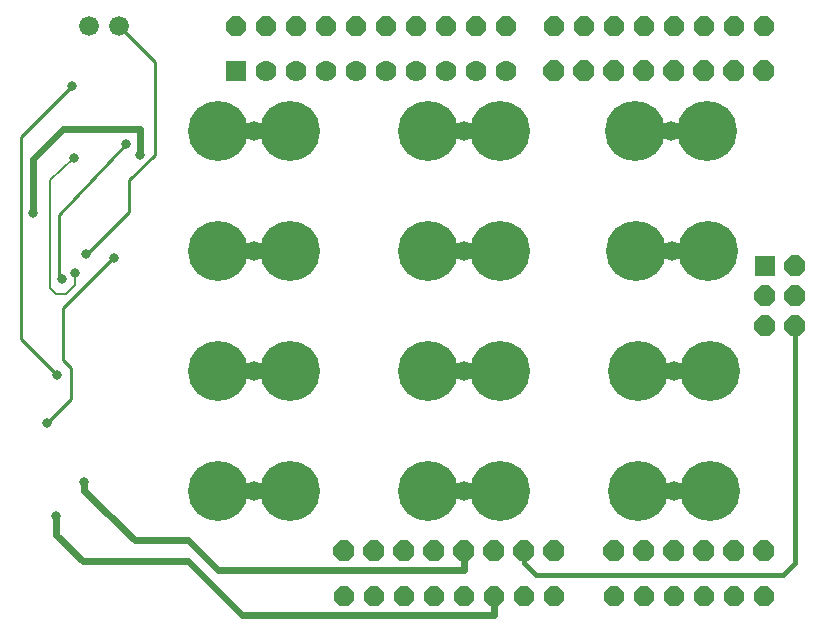
<source format=gbr>
G04 EAGLE Gerber RS-274X export*
G75*
%MOMM*%
%FSLAX34Y34*%
%LPD*%
%INBottom Copper*%
%IPPOS*%
%AMOC8*
5,1,8,0,0,1.08239X$1,22.5*%
G01*
%ADD10P,1.814519X8X22.500000*%
%ADD11P,1.924489X8X22.500000*%
%ADD12R,1.778000X1.778000*%
%ADD13P,1.924489X8X292.500000*%
%ADD14C,1.778000*%
%ADD15P,1.924489X8X112.500000*%
%ADD16C,5.080000*%
%ADD17C,1.676400*%
%ADD18C,0.406400*%
%ADD19C,0.609600*%
%ADD20C,0.800100*%
%ADD21C,0.254000*%
%ADD22C,0.203200*%


D10*
X533400Y508000D03*
X508000Y25400D03*
X558800Y508000D03*
X584200Y508000D03*
X609600Y508000D03*
X635000Y508000D03*
X508000Y508000D03*
X482600Y508000D03*
X457200Y508000D03*
X416560Y508000D03*
X391160Y508000D03*
X365760Y508000D03*
X340360Y508000D03*
X314960Y508000D03*
X289560Y508000D03*
X264160Y508000D03*
X238760Y508000D03*
X533400Y25400D03*
X558800Y25400D03*
X584200Y25400D03*
X609600Y25400D03*
X635000Y25400D03*
X457200Y25400D03*
X431800Y25400D03*
X406400Y25400D03*
X381000Y25400D03*
X355600Y25400D03*
X330200Y25400D03*
X213360Y508000D03*
X187960Y508000D03*
X304800Y25400D03*
X279400Y25400D03*
D11*
X661670Y279400D03*
X636270Y279400D03*
D12*
X636270Y304800D03*
D11*
X661670Y304800D03*
X661670Y254000D03*
X636270Y254000D03*
D13*
X457200Y63500D03*
X431800Y63500D03*
X406400Y63500D03*
X381000Y63500D03*
X355600Y63500D03*
X330200Y63500D03*
X304800Y63500D03*
X279400Y63500D03*
D12*
X187960Y469900D03*
D14*
X213360Y469900D03*
X238760Y469900D03*
X264160Y469900D03*
X289560Y469900D03*
X314960Y469900D03*
X340360Y469900D03*
X365760Y469900D03*
X391160Y469900D03*
X416560Y469900D03*
D15*
X457200Y469900D03*
X482600Y469900D03*
X508000Y469900D03*
X533400Y469900D03*
X558800Y469900D03*
X584200Y469900D03*
X609600Y469900D03*
X635000Y469900D03*
D13*
X635000Y63500D03*
X609600Y63500D03*
X584200Y63500D03*
X558800Y63500D03*
X533400Y63500D03*
X508000Y63500D03*
D16*
X528320Y114300D03*
X589280Y114300D03*
X350520Y114300D03*
X411480Y114300D03*
X233680Y114300D03*
X172720Y114300D03*
X528320Y215900D03*
X589280Y215900D03*
X350520Y215900D03*
X411480Y215900D03*
X233680Y215900D03*
X172720Y215900D03*
X527050Y317500D03*
X588010Y317500D03*
X350520Y317500D03*
X411480Y317500D03*
X172720Y317500D03*
X233680Y317500D03*
X525780Y419100D03*
X586740Y419100D03*
X350520Y419100D03*
X411480Y419100D03*
X172720Y419100D03*
X233680Y419100D03*
D17*
X88900Y508000D03*
X203200Y419100D03*
X381000Y419100D03*
X556260Y419100D03*
X203200Y317500D03*
X381000Y317500D03*
X557530Y317500D03*
X203200Y215900D03*
X381000Y215900D03*
X558800Y215900D03*
X203200Y114300D03*
X381000Y114300D03*
X558800Y114300D03*
X63500Y508000D03*
D18*
X431800Y63500D02*
X431800Y53340D01*
X441960Y43180D01*
X651510Y43180D01*
X661670Y53340D01*
X661670Y254000D01*
D19*
X106680Y398780D02*
X106680Y420370D01*
D20*
X106680Y398780D03*
X36170Y92710D03*
D19*
X406400Y25400D02*
X406400Y8890D01*
X193040Y8890D01*
X147320Y54610D01*
X58420Y54610D01*
X36170Y76860D01*
X36170Y92710D01*
X41910Y420370D02*
X106680Y420370D01*
X41910Y420370D02*
X16510Y394970D01*
X16510Y349250D01*
D20*
X16510Y349250D03*
X36830Y212090D03*
D21*
X6350Y242570D01*
X6350Y414020D01*
X49530Y457200D01*
D20*
X49530Y457200D03*
D19*
X381000Y63500D02*
X381000Y46990D01*
X172720Y46990D01*
X147320Y72390D01*
X102870Y72390D01*
X59690Y114300D01*
X59690Y121920D01*
D20*
X59690Y121920D03*
X85090Y311150D03*
D21*
X83820Y311150D01*
X41910Y269240D01*
X41910Y224790D01*
X48260Y218440D01*
X48260Y191770D01*
X27940Y171450D01*
D20*
X27940Y171450D03*
D21*
X119380Y477520D02*
X88900Y508000D01*
X119380Y477520D02*
X119380Y398780D01*
X97790Y377190D01*
X97790Y350520D01*
X62230Y314960D01*
X60960Y314960D01*
D20*
X60960Y314960D03*
X52070Y298450D03*
D22*
X52070Y288290D01*
X44450Y280670D01*
X35560Y280670D01*
X30480Y285750D01*
X30480Y377190D01*
X50800Y396240D01*
D20*
X50800Y396240D03*
X40640Y293370D03*
D21*
X38100Y293370D01*
X38100Y347980D01*
X81280Y393700D01*
X95250Y407670D01*
D20*
X95250Y407670D03*
M02*

</source>
